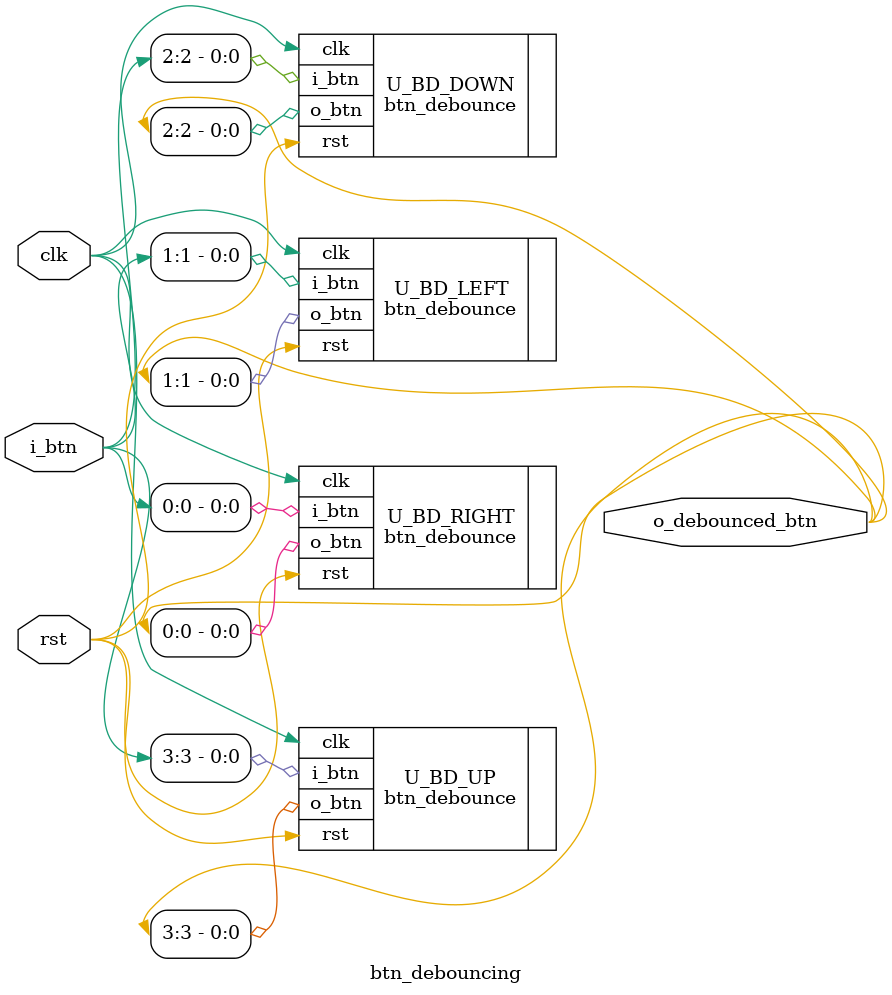
<source format=v>
`timescale 1ns / 1ps

module btn_debouncing (
    input clk,
    input rst,
    input [3:0] i_btn,
    output [3:0] o_debounced_btn
);

    btn_debounce U_BD_UP (
        .clk  (clk),
        .rst  (rst),
        .i_btn(i_btn[3]),
        .o_btn(o_debounced_btn[3])
    );

    btn_debounce U_BD_DOWN (
        .clk  (clk),
        .rst  (rst),
        .i_btn(i_btn[2]),
        .o_btn(o_debounced_btn[2])
    );

    btn_debounce U_BD_LEFT (
        .clk  (clk),
        .rst  (rst),
        .i_btn(i_btn[1]),
        .o_btn(o_debounced_btn[1])
    );

    btn_debounce U_BD_RIGHT (
        .clk  (clk),
        .rst  (rst),
        .i_btn(i_btn[0]),
        .o_btn(o_debounced_btn[0])
    );

endmodule
</source>
